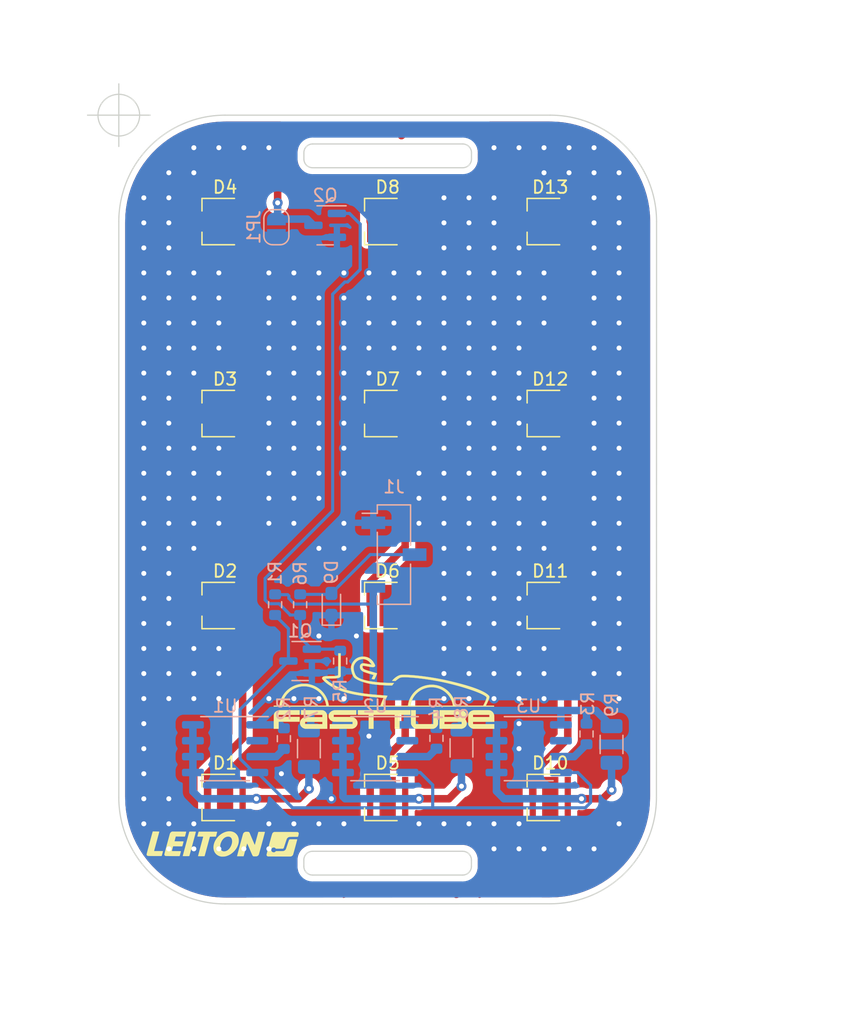
<source format=kicad_pcb>
(kicad_pcb (version 20211014) (generator pcbnew)

  (general
    (thickness 1.6)
  )

  (paper "A4")
  (layers
    (0 "F.Cu" signal)
    (31 "B.Cu" signal)
    (32 "B.Adhes" user "B.Adhesive")
    (33 "F.Adhes" user "F.Adhesive")
    (34 "B.Paste" user)
    (35 "F.Paste" user)
    (36 "B.SilkS" user "B.Silkscreen")
    (37 "F.SilkS" user "F.Silkscreen")
    (38 "B.Mask" user)
    (39 "F.Mask" user)
    (40 "Dwgs.User" user "User.Drawings")
    (41 "Cmts.User" user "User.Comments")
    (42 "Eco1.User" user "User.Eco1")
    (43 "Eco2.User" user "User.Eco2")
    (44 "Edge.Cuts" user)
    (45 "Margin" user)
    (46 "B.CrtYd" user "B.Courtyard")
    (47 "F.CrtYd" user "F.Courtyard")
    (48 "B.Fab" user)
    (49 "F.Fab" user)
    (50 "User.1" user)
    (51 "User.2" user)
    (52 "User.3" user)
    (53 "User.4" user)
    (54 "User.5" user)
    (55 "User.6" user)
    (56 "User.7" user)
    (57 "User.8" user)
    (58 "User.9" user)
  )

  (setup
    (stackup
      (layer "F.SilkS" (type "Top Silk Screen"))
      (layer "F.Paste" (type "Top Solder Paste"))
      (layer "F.Mask" (type "Top Solder Mask") (thickness 0.01))
      (layer "F.Cu" (type "copper") (thickness 0.035))
      (layer "dielectric 1" (type "core") (thickness 1.51) (material "FR4") (epsilon_r 4.5) (loss_tangent 0.02))
      (layer "B.Cu" (type "copper") (thickness 0.035))
      (layer "B.Mask" (type "Bottom Solder Mask") (thickness 0.01))
      (layer "B.Paste" (type "Bottom Solder Paste"))
      (layer "B.SilkS" (type "Bottom Silk Screen"))
      (copper_finish "None")
      (dielectric_constraints no)
    )
    (pad_to_mask_clearance 0)
    (pcbplotparams
      (layerselection 0x00010fc_ffffffff)
      (disableapertmacros false)
      (usegerberextensions false)
      (usegerberattributes true)
      (usegerberadvancedattributes true)
      (creategerberjobfile true)
      (svguseinch false)
      (svgprecision 6)
      (excludeedgelayer true)
      (plotframeref false)
      (viasonmask false)
      (mode 1)
      (useauxorigin false)
      (hpglpennumber 1)
      (hpglpenspeed 20)
      (hpglpendiameter 15.000000)
      (dxfpolygonmode true)
      (dxfimperialunits true)
      (dxfusepcbnewfont true)
      (psnegative false)
      (psa4output false)
      (plotreference true)
      (plotvalue true)
      (plotinvisibletext false)
      (sketchpadsonfab false)
      (subtractmaskfromsilk false)
      (outputformat 1)
      (mirror false)
      (drillshape 1)
      (scaleselection 1)
      (outputdirectory "")
    )
  )

  (net 0 "")
  (net 1 "Net-(D1-Pad1)")
  (net 2 "Net-(D1-Pad2)")
  (net 3 "Net-(D2-Pad1)")
  (net 4 "Net-(D3-Pad1)")
  (net 5 "GND")
  (net 6 "Net-(D5-Pad1)")
  (net 7 "Net-(D5-Pad2)")
  (net 8 "Net-(D6-Pad1)")
  (net 9 "Net-(D7-Pad1)")
  (net 10 "Net-(D9-Pad2)")
  (net 11 "Net-(D10-Pad1)")
  (net 12 "Net-(D10-Pad2)")
  (net 13 "Net-(D11-Pad1)")
  (net 14 "Net-(D12-Pad1)")
  (net 15 "+12V")
  (net 16 "PWM")
  (net 17 "CHIP_GND")
  (net 18 "Net-(R2-Pad2)")
  (net 19 "Net-(R3-Pad2)")
  (net 20 "Net-(R4-Pad2)")
  (net 21 "unconnected-(U1-Pad2)")
  (net 22 "unconnected-(U2-Pad2)")
  (net 23 "unconnected-(U3-Pad2)")
  (net 24 "LED_GND")

  (footprint "LED_SMD:LED_Cree-XHP35" (layer "F.Cu") (at 121.5 75.566666))

  (footprint "LED_SMD:LED_Cree-XHP35" (layer "F.Cu") (at 108.5 44.9))

  (footprint "LED_SMD:LED_Cree-XHP35" (layer "F.Cu") (at 134.5 60.233333))

  (footprint "LED_SMD:LED_Cree-XHP35" (layer "F.Cu") (at 134.5 44.9))

  (footprint "LED_SMD:LED_Cree-XHP35" (layer "F.Cu") (at 108.5 60.233333))

  (footprint "LED_SMD:LED_Cree-XHP35" (layer "F.Cu") (at 108.5 90.9))

  (footprint "fasttube logos:LeitOn_small" (layer "F.Cu") (at 108.2 94.6))

  (footprint "LED_SMD:LED_Cree-XHP35" (layer "F.Cu") (at 108.5 75.566666))

  (footprint "LED_SMD:LED_Cree-XHP35" (layer "F.Cu") (at 121.5 44.9))

  (footprint "LED_SMD:LED_Cree-XHP35" (layer "F.Cu") (at 134.5 90.9))

  (footprint "LED_SMD:LED_Cree-XHP35" (layer "F.Cu") (at 121.5 90.9))

  (footprint "LED_SMD:LED_Cree-XHP35" (layer "F.Cu") (at 121.5 60.233333))

  (footprint "LED_SMD:LED_Cree-XHP35" (layer "F.Cu") (at 134.5 75.566666))

  (footprint "fasttube logos:FTLogo_small" (layer "F.Cu") (at 121.2 82.4))

  (footprint "Package_TO_SOT_SMD:SOT-23" (layer "B.Cu") (at 116.5 45.2 180))

  (footprint "Resistor_SMD:R_0603_1608Metric" (layer "B.Cu") (at 112.5 75.5 90))

  (footprint "Package_SO:SO-8_3.9x4.9mm_P1.27mm" (layer "B.Cu") (at 132.775 87 180))

  (footprint "Resistor_SMD:R_0603_1608Metric" (layer "B.Cu") (at 125.4 86.175 -90))

  (footprint "Connector_PinSocket_2.54mm:PinSocket_1x03_P2.54mm_Vertical_SMD_Pin1Right" (layer "B.Cu") (at 122 71.5 180))

  (footprint "Diode_SMD:D_0603_1608Metric_Pad1.05x0.95mm_HandSolder" (layer "B.Cu") (at 117 75.475 90))

  (footprint "Package_TO_SOT_SMD:SOT-23" (layer "B.Cu") (at 114.5 80 180))

  (footprint "Resistor_SMD:R_0603_1608Metric" (layer "B.Cu") (at 117.7 80 -90))

  (footprint "Resistor_SMD:R_0603_1608Metric" (layer "B.Cu") (at 137.4 85.825 -90))

  (footprint "Resistor_SMD:R_0603_1608Metric" (layer "B.Cu") (at 114.5 75.5 90))

  (footprint "Resistor_SMD:R_1206_3216Metric" (layer "B.Cu") (at 127.4 86.9375 -90))

  (footprint "Package_SO:SO-8_3.9x4.9mm_P1.27mm" (layer "B.Cu") (at 108.5 87 180))

  (footprint "Resistor_SMD:R_0603_1608Metric" (layer "B.Cu") (at 113.2 86.2 -90))

  (footprint "Resistor_SMD:R_1206_3216Metric" (layer "B.Cu") (at 139.4 86.6625 -90))

  (footprint "Resistor_SMD:R_1206_3216Metric" (layer "B.Cu")
    (tedit 5F68FEEE) (tstamp e1e99ed3-1eeb-43cb-a73b-f9743ed7bc36)
    (at 115.2 87 -90)
    (descr "Resistor SMD 1206 (3216 Metric), square (rectangular) end terminal, IPC_7351 nominal, (Body size source: IPC-SM-782 page 72, https://www.pcb-3d.com/wordpress/wp-content/uploads/ipc-sm-782a_amendment_1_and_2.pdf), generated with kicad-footprint-generator")
    (tags "resistor")
    (property "Sheetfile" "breaklight.kicad_sch")
    (property "Sheetname" "")
    (path "/781d46b6-dd48-4b46-a769-663a09f437be")
    (attr smd)
    (fp_text reference "R7" (at -3.3 -0.2 90) (layer "B.SilkS")
      (effects (font (size 1 1) (thickness 0.15)) (justify mirror))
      (tstamp 91e412a7-0d00-44de-b9e2-8fc3c55749d1)
    )
    (fp_text value "40" (at 0 -1.82 90) (layer "B.Fab")
      (effects (font (size 1 1) (thickness 0.15)) (justify mirror))
      (tstamp ccebde5b-378e-4ba2-98b1-725485259569)
    )
    (fp_text user "${REFERENCE}" (at 0 0 90) (layer "B.Fab")
      (effects (font (size 0.8 0.8) (thickness 0.12)) (justify mirror))
      (tstamp cb8772dd-8afe-49a5-9bbd-240411412370)
    )
    (fp_line (start -0.727064 0.91) (end 0.727064 0.91) (layer "B.SilkS") (width 0.12) (tstamp a3812fbe-5313-4e65-ab53-1b3ba207c161))
    (fp_line (start -0.727064 -0.91) (end 0.727064 -0.91) (layer "B.SilkS") (width 0.12) (tstamp e5ef0203-4cad-46fa-9f7c-308b84ec5ea1))
    (fp_line (start 2.28 -1.12) (end -2.28 -1.12) (layer "B.CrtYd") (width 0.05) (tstamp 758ffed8-44f0-4ea6-a3aa-191cf9980e72))
    (fp_line (start -2.28 -1.12) (end -2.28 1.12) (layer "B.CrtYd") (width 0.05) (tstamp 855b12c1-cfeb-497e-ab51-93082dcd32e3))
    (fp_line (start 2.28 1.12) (end 2.28 -1.12) (layer "B.CrtYd") (width 0.05) (tstamp 9bfbeefa-cc38-4613-b09d-093f704e7a40))
    
... [283374 chars truncated]
</source>
